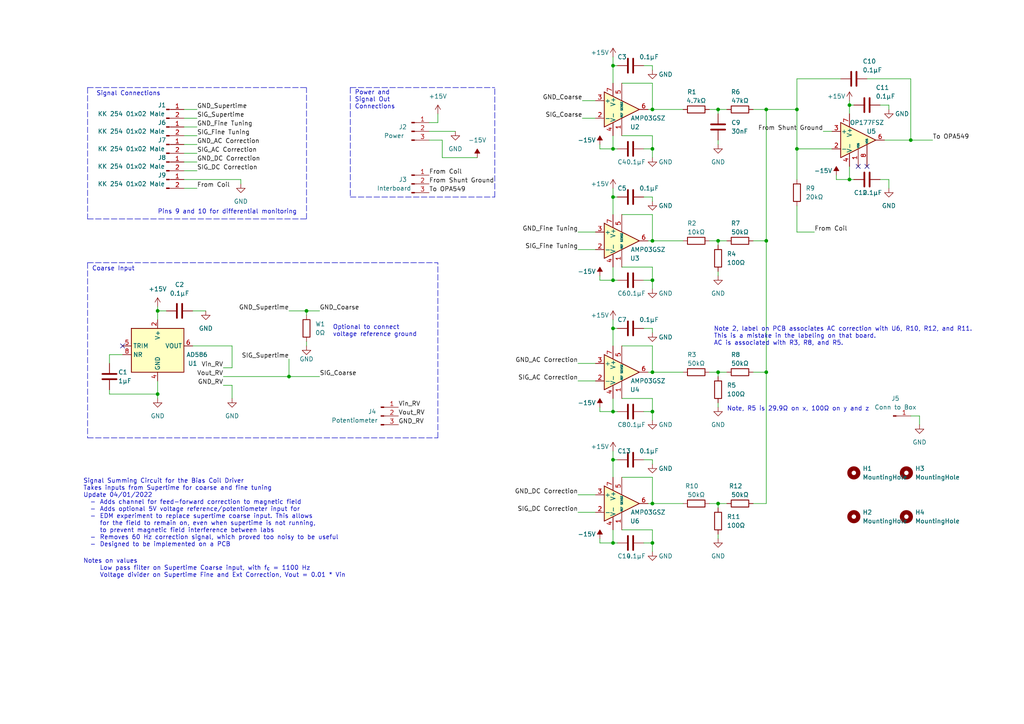
<source format=kicad_sch>
(kicad_sch (version 20211123) (generator eeschema)
  (paper "A4")
  (title_block (title "Bias Coil Driver Signal Summing") (date "2022-05-18") (rev "004") (company "PSU Physics Weiss Group") (comment 1 "Maarten de Haan"))
  (lib_symbols
    (symbol "AMP03GSZ_1" (pin_names (offset 0.127))
      (property "Reference" "U2" (at 3.81 -5.08 0))
      (property "Value" "AMP03GSZ" (at 7.62 -2.54 0))
      (symbol "AMP03GSZ_1_0_1"
        (polyline (pts (xy -5.08 5.08) (xy 5.08 0) (xy -5.08 -5.08) (xy -5.08 5.08)) (stroke (width 0.254)) (fill (type background)))
      )
      (symbol "AMP03GSZ_1_1_1"
        (pin input line (at 0 -7.62 90) (length 5.08) (name "REF") (number "1"))
        (pin input line (at -7.62 -2.54 0) (length 2.54) (name "-") (number "2"))
        (pin input line (at -7.62 2.54 0) (length 2.54) (name "+") (number "3"))
        (pin power_in line (at -2.54 -7.62 90) (length 3.81) (name "V-") (number "4"))
        (pin input line (at 0 7.62 270) (length 5.08) (name "SENSE") (number "5"))
        (pin output line (at 7.62 0 180) (length 2.54) (name "~") (number "6"))
        (pin power_in line (at -2.54 7.62 270) (length 3.81) (name "V+") (number "7"))
        (pin no_connect line (at 2.54 -7.62 90) (length 6.35) hide (name "NC") (number "8"))
      )
    )
    (symbol "AMP03GSZ_2" (pin_names (offset 0.127))
      (property "Reference" "U3" (at 3.81 -5.08 0))
      (property "Value" "AMP03GSZ" (at 7.62 -2.54 0))
      (symbol "AMP03GSZ_2_0_1"
        (polyline (pts (xy -5.08 5.08) (xy 5.08 0) (xy -5.08 -5.08) (xy -5.08 5.08)) (stroke (width 0.254)) (fill (type background)))
      )
      (symbol "AMP03GSZ_2_1_1"
        (pin input line (at 0 -7.62 90) (length 5.08) (name "REF") (number "1"))
        (pin input line (at -7.62 -2.54 0) (length 2.54) (name "-") (number "2"))
        (pin input line (at -7.62 2.54 0) (length 2.54) (name "+") (number "3"))
        (pin power_in line (at -2.54 -7.62 90) (length 3.81) (name "V-") (number "4"))
        (pin input line (at 0 7.62 270) (length 5.08) (name "SENSE") (number "5"))
        (pin output line (at 7.62 0 180) (length 2.54) (name "~") (number "6"))
        (pin power_in line (at -2.54 7.62 270) (length 3.81) (name "V+") (number "7"))
        (pin no_connect line (at 2.54 -7.62 90) (length 6.35) hide (name "NC") (number "8"))
      )
    )
    (symbol "Amplifier_Operational:AMP03GSZ" (pin_names (offset 0.127))
      (property "Reference" "U4" (at 3.81 -5.08 0))
      (property "Value" "AMP03GSZ" (at 7.62 -2.54 0))
      (symbol "AMP03GSZ_0_1"
        (polyline (pts (xy -5.08 5.08) (xy 5.08 0) (xy -5.08 -5.08) (xy -5.08 5.08)) (stroke (width 0.254)) (fill (type background)))
      )
      (symbol "AMP03GSZ_1_1"
        (pin input line (at 0 -7.62 90) (length 5.08) (name "REF") (number "1"))
        (pin input line (at -7.62 -2.54 0) (length 2.54) (name "-") (number "2"))
        (pin input line (at -7.62 2.54 0) (length 2.54) (name "+") (number "3"))
        (pin power_in line (at -2.54 -7.62 90) (length 3.81) (name "V-") (number "4"))
        (pin input line (at 0 7.62 270) (length 5.08) (name "SENSE") (number "5"))
        (pin output line (at 7.62 0 180) (length 2.54) (name "~") (number "6"))
        (pin power_in line (at -2.54 7.62 270) (length 3.81) (name "V+") (number "7"))
        (pin no_connect line (at 2.54 -7.62 90) (length 6.35) hide (name "NC") (number "8"))
      )
    )
    (symbol "Amplifier_Operational:OP177FSZ" (pin_names (offset 0.127))
      (property "Reference" "U" (at 1.27 6.35 0))
      (property "Value" "OP177FSZ" (at 1.27 3.81 0))
      (symbol "OP177FSZ_0_1"
        (polyline (pts (xy -5.08 5.08) (xy 5.08 0) (xy -5.08 -5.08) (xy -5.08 5.08)) (stroke (width 0.254)) (fill (type background)))
      )
      (symbol "OP177FSZ_1_1"
        (pin input line (at 0 -7.62 90) (length 5.08) (name "VOS") (number "1"))
        (pin input line (at -7.62 -2.54 0) (length 2.54) (name "-") (number "2"))
        (pin input line (at -7.62 2.54 0) (length 2.54) (name "+") (number "3"))
        (pin power_in line (at -2.54 -7.62 90) (length 3.81) (name "V-") (number "4"))
        (pin no_connect line (at 0 2.54 270) (length 2.54) hide (name "NC") (number "5"))
        (pin output line (at 7.62 0 180) (length 2.54) (name "~") (number "6"))
        (pin power_in line (at -2.54 7.62 270) (length 3.81) (name "V+") (number "7"))
        (pin input line (at 2.54 -7.62 90) (length 6.35) (name "VOS") (number "8"))
      )
    )
    (symbol "Conn_01x03_Male_1" (pin_names (offset 1.016) hide)
      (property "Reference" "J" (at 0 5.08 0))
      (property "Value" "Conn_01x03_Male_1" (at 0 -5.08 0))
      (symbol "Conn_01x03_Male_1_1_1"
        (polyline (pts (xy 1.27 -2.54) (xy 0.8636 -2.54)) (stroke (width 0.1524)))
        (polyline (pts (xy 1.27 0) (xy 0.8636 0)) (stroke (width 0.1524)))
        (polyline (pts (xy 1.27 2.54) (xy 0.8636 2.54)) (stroke (width 0.1524)))
        (rectangle (start 0.8636 -2.413) (end 0 -2.667) (stroke (width 0.1524)) (fill (type outline)))
        (rectangle (start 0.8636 0.127) (end 0 -0.127) (stroke (width 0.1524)) (fill (type outline)))
        (rectangle (start 0.8636 2.667) (end 0 2.413) (stroke (width 0.1524)) (fill (type outline)))
        (pin passive line (at 5.08 2.54 180) (length 3.81) (name "Pin_1") (number "1"))
        (pin passive line (at 5.08 0 180) (length 3.81) (name "Pin_2") (number "2"))
        (pin passive line (at 5.08 -2.54 180) (length 3.81) (name "Pin_3") (number "3"))
      )
    )
    (symbol "Connector:Conn_01x01_Male" (pin_names (offset 1.016) hide)
      (property "Reference" "J" (at 0 2.54 0))
      (property "Value" "Conn_01x01_Male" (at 0 -2.54 0))
      (symbol "Conn_01x01_Male_1_1"
        (polyline (pts (xy 1.27 0) (xy 0.8636 0)) (stroke (width 0.1524)))
        (rectangle (start 0.8636 0.127) (end 0 -0.127) (stroke (width 0.1524)) (fill (type outline)))
        (pin passive line (at 5.08 0 180) (length 3.81) (name "Pin_1") (number "1"))
      )
    )
    (symbol "Connector:Conn_01x02_Male" (pin_names (offset 1.016) hide)
      (property "Reference" "J" (at 0 2.54 0))
      (property "Value" "Conn_01x02_Male" (at 0 -5.08 0))
      (symbol "Conn_01x02_Male_1_1"
        (polyline (pts (xy 1.27 -2.54) (xy 0.8636 -2.54)) (stroke (width 0.1524)))
        (polyline (pts (xy 1.27 0) (xy 0.8636 0)) (stroke (width 0.1524)))
        (rectangle (start 0.8636 -2.413) (end 0 -2.667) (stroke (width 0.1524)) (fill (type outline)))
        (rectangle (start 0.8636 0.127) (end 0 -0.127) (stroke (width 0.1524)) (fill (type outline)))
        (pin passive line (at 5.08 0 180) (length 3.81) (name "Pin_1") (number "1"))
        (pin passive line (at 5.08 -2.54 180) (length 3.81) (name "Pin_2") (number "2"))
      )
    )
    (symbol "Connector:Conn_01x03_Male" (pin_names (offset 1.016) hide)
      (property "Reference" "J5" (at -2.54 1.27 0))
      (property "Value" "Power" (at -5.08 -1.27 0))
      (symbol "Conn_01x03_Male_1_1"
        (polyline (pts (xy 1.27 -2.54) (xy 0.8636 -2.54)) (stroke (width 0.1524)))
        (polyline (pts (xy 1.27 0) (xy 0.8636 0)) (stroke (width 0.1524)))
        (polyline (pts (xy 1.27 2.54) (xy 0.8636 2.54)) (stroke (width 0.1524)))
        (rectangle (start 0.8636 -2.413) (end 0 -2.667) (stroke (width 0.1524)) (fill (type outline)))
        (rectangle (start 0.8636 0.127) (end 0 -0.127) (stroke (width 0.1524)) (fill (type outline)))
        (rectangle (start 0.8636 2.667) (end 0 2.413) (stroke (width 0.1524)) (fill (type outline)))
        (pin power_out line (at 5.08 2.54 180) (length 3.81) (name "Pin_1") (number "1"))
        (pin power_out line (at 5.08 0 180) (length 3.81) (name "Pin_2") (number "2"))
        (pin power_out line (at 5.08 -2.54 180) (length 3.81) (name "Pin_3") (number "3"))
      )
    )
    (symbol "Device:C" (pin_numbers hide) (pin_names (offset 0.254))
      (property "Reference" "C" (at 0.635 2.54 0))
      (property "Value" "C" (at 0.635 -2.54 0))
      (symbol "C_0_1"
        (polyline (pts (xy -2.032 -0.762) (xy 2.032 -0.762)) (stroke (width 0.508)))
        (polyline (pts (xy -2.032 0.762) (xy 2.032 0.762)) (stroke (width 0.508)))
      )
      (symbol "C_1_1"
        (pin passive line (at 0 3.81 270) (length 2.794) (name "~") (number "1"))
        (pin passive line (at 0 -3.81 90) (length 2.794) (name "~") (number "2"))
      )
    )
    (symbol "Device:R" (pin_numbers hide) (pin_names (offset 0))
      (property "Reference" "R" (at 2.032 0 90))
      (property "Value" "R" (at 0 0 90))
      (symbol "R_0_1"
        (rectangle (start -1.016 -2.54) (end 1.016 2.54) (stroke (width 0.254)))
      )
      (symbol "R_1_1"
        (pin passive line (at 0 3.81 270) (length 1.27) (name "~") (number "1"))
        (pin passive line (at 0 -3.81 90) (length 1.27) (name "~") (number "2"))
      )
    )
    (symbol "Mechanical:MountingHole" (pin_names (offset 1.016))
      (property "Reference" "H" (at 0 5.08 0))
      (property "Value" "MountingHole" (at 0 3.175 0))
      (symbol "MountingHole_0_1"
        (circle (center 0 0) (radius 1.27) (stroke (width 1.27)))
      )
    )
    (symbol "Reference_Voltage:AD586"
      (property "Reference" "U" (at 6.35 6.35 0))
      (property "Value" "AD586" (at 6.35 -8.89 0))
      (symbol "AD586_0_1"
        (rectangle (start -7.62 5.08) (end 7.62 -7.62) (stroke (width 0.254)) (fill (type background)))
      )
      (symbol "AD586_1_1"
        (pin no_connect line (at -7.62 2.54 0) (length 2.54) hide (name "NC") (number "1"))
        (pin power_in line (at 0 7.62 270) (length 2.54) (name "V+") (number "2"))
        (pin no_connect line (at -7.62 -5.08 0) (length 2.54) hide (name "NC") (number "3"))
        (pin power_in line (at 0 -10.16 90) (length 2.54) (name "GND") (number "4"))
        (pin input line (at -10.16 0 0) (length 2.54) (name "TRIM") (number "5"))
        (pin power_out line (at 10.16 0 180) (length 2.54) (name "VOUT") (number "6"))
        (pin no_connect line (at 7.62 -5.08 180) (length 2.54) hide (name "NC") (number "7"))
        (pin input line (at -10.16 -2.54 0) (length 2.54) (name "NR") (number "8"))
      )
    )
    (symbol "power:+15V" (power) (pin_names (offset 0))
      (property "Value" "+15V" (at 0 3.556 0))
      (symbol "+15V_0_1"
        (polyline (pts (xy -0.762 1.27) (xy 0 2.54)))
        (polyline (pts (xy 0 0) (xy 0 2.54)))
        (polyline (pts (xy 0 2.54) (xy 0.762 1.27)))
      )
      (symbol "+15V_1_1"
        (pin power_in line (at 0 0 90) (length 0) hide (name "+15V") (number "1"))
      )
    )
    (symbol "power:-15V" (power) (pin_names (offset 0))
      (property "Value" "-15V" (at 0 3.81 0))
      (symbol "-15V_0_0"
        (pin power_in line (at 0 0 90) (length 0) hide (name "-15V") (number "1"))
      )
      (symbol "-15V_0_1"
        (polyline (pts (xy 0 0) (xy 0 1.27) (xy 0.762 1.27) (xy 0 2.54) (xy -0.762 1.27) (xy 0 1.27)) (fill (type outline)))
      )
    )
    (symbol "power:GND" (power) (pin_names (offset 0))
      (property "Value" "GND" (at 0 -3.81 0))
      (symbol "GND_0_1"
        (polyline (pts (xy 0 0) (xy 0 -1.27) (xy 1.27 -1.27) (xy 0 -2.54) (xy -1.27 -1.27) (xy 0 -1.27)))
      )
      (symbol "GND_1_1"
        (pin power_in line (at 0 0 270) (length 0) hide (name "GND") (number "1"))
      )
    )
  )
  (junction (at 177.8 81.28))
  (junction (at 83.82 109.22))
  (junction (at 264.16 40.64))
  (junction (at 246.38 30.48))
  (junction (at 177.8 119.38))
  (junction (at 177.8 19.05))
  (junction (at 189.23 107.95))
  (junction (at 189.23 157.48))
  (junction (at 222.25 107.95))
  (junction (at 189.23 43.18))
  (junction (at 189.23 31.75))
  (junction (at 208.28 146.05))
  (junction (at 189.23 81.28))
  (junction (at 231.14 31.75))
  (junction (at 189.23 146.05))
  (junction (at 177.8 95.25))
  (junction (at 88.9 90.17))
  (junction (at 45.72 90.17))
  (junction (at 177.8 133.35))
  (junction (at 177.8 57.15))
  (junction (at 45.72 114.3))
  (junction (at 208.28 107.95))
  (junction (at 208.28 31.75))
  (junction (at 208.28 69.85))
  (junction (at 189.23 69.85))
  (junction (at 246.38 52.07))
  (junction (at 177.8 43.18))
  (junction (at 231.14 43.18))
  (junction (at 222.25 69.85))
  (junction (at 177.8 157.48))
  (junction (at 189.23 119.38))
  (junction (at 222.25 31.75))
  (no_connect (at 251.46 48.26))
  (no_connect (at 35.56 100.33))
  (no_connect (at 248.92 48.26))
  (wire (pts (xy 205.74 31.75) (xy 208.28 31.75)))
  (wire (pts (xy 264.16 120.65) (xy 266.7 120.65)))
  (wire (pts (xy 189.23 19.05) (xy 189.23 20.32)))
  (wire (pts (xy 168.91 29.21) (xy 172.72 29.21)))
  (wire (pts (xy 231.14 22.86) (xy 243.84 22.86)))
  (wire (pts (xy 128.27 40.64) (xy 128.27 45.72)))
  (wire (pts (xy 168.91 34.29) (xy 172.72 34.29)))
  (wire (pts (xy 246.38 29.21) (xy 246.38 30.48)))
  (wire (pts (xy 208.28 146.05) (xy 208.28 147.32)))
  (wire (pts (xy 246.38 52.07) (xy 247.65 52.07)))
  (wire (pts (xy 231.14 43.18) (xy 231.14 52.07)))
  (wire (pts (xy 205.74 146.05) (xy 208.28 146.05)))
  (wire (pts (xy 45.72 110.49) (xy 45.72 114.3)))
  (wire (pts (xy 83.82 90.17) (xy 88.9 90.17)))
  (wire (pts (xy 189.23 39.37) (xy 189.23 43.18)))
  (wire (pts (xy 231.14 59.69) (xy 231.14 67.31)))
  (wire (pts (xy 242.57 52.07) (xy 242.57 50.8)))
  (wire (pts (xy 208.28 69.85) (xy 210.82 69.85)))
  (wire (pts (xy 186.69 81.28) (xy 189.23 81.28)))
  (wire (pts (xy 177.8 19.05) (xy 179.07 19.05)))
  (wire (pts (xy 246.38 48.26) (xy 246.38 52.07)))
  (wire (pts (xy 186.69 95.25) (xy 189.23 95.25)))
  (wire (pts (xy 208.28 154.94) (xy 208.28 156.21)))
  (wire (pts (xy 83.82 104.14) (xy 83.82 109.22)))
  (wire (pts (xy 167.64 110.49) (xy 172.72 110.49)))
  (wire (pts (xy 55.88 100.33) (xy 67.31 100.33)))
  (wire (pts (xy 205.74 69.85) (xy 208.28 69.85)))
  (wire (pts (xy 189.23 43.18) (xy 189.23 45.72)))
  (wire (pts (xy 180.34 100.33) (xy 189.23 100.33)))
  (wire (pts (xy 173.99 43.18) (xy 173.99 41.91)))
  (wire (pts (xy 124.46 35.56) (xy 127 35.56)))
  (wire (pts (xy 218.44 146.05) (xy 222.25 146.05)))
  (wire (pts (xy 177.8 119.38) (xy 179.07 119.38)))
  (polyline (pts (xy 101.6 25.4) (xy 101.6 57.15)))
  (wire (pts (xy 189.23 146.05) (xy 198.12 146.05)))
  (wire (pts (xy 31.75 113.03) (xy 31.75 114.3)))
  (wire (pts (xy 257.81 52.07) (xy 257.81 54.61)))
  (polyline (pts (xy 25.4 76.2) (xy 25.4 127)))
  (wire (pts (xy 218.44 69.85) (xy 222.25 69.85)))
  (wire (pts (xy 45.72 114.3) (xy 45.72 115.57)))
  (wire (pts (xy 208.28 107.95) (xy 208.28 109.22)))
  (wire (pts (xy 205.74 107.95) (xy 208.28 107.95)))
  (wire (pts (xy 208.28 31.75) (xy 208.28 33.02)))
  (polyline (pts (xy 25.4 76.2) (xy 127 76.2)))
  (wire (pts (xy 189.23 24.13) (xy 189.23 31.75)))
  (polyline (pts (xy 101.6 25.4) (xy 143.51 25.4)))
  (wire (pts (xy 177.8 19.05) (xy 177.8 24.13)))
  (wire (pts (xy 189.23 133.35) (xy 189.23 134.62)))
  (polyline (pts (xy 127 127) (xy 127 76.2)))
  (wire (pts (xy 231.14 43.18) (xy 231.14 31.75)))
  (wire (pts (xy 83.82 109.22) (xy 92.71 109.22)))
  (wire (pts (xy 231.14 31.75) (xy 231.14 22.86)))
  (wire (pts (xy 173.99 119.38) (xy 173.99 118.11)))
  (wire (pts (xy 88.9 90.17) (xy 92.71 90.17)))
  (wire (pts (xy 177.8 133.35) (xy 177.8 138.43)))
  (wire (pts (xy 180.34 62.23) (xy 189.23 62.23)))
  (wire (pts (xy 31.75 102.87) (xy 31.75 105.41)))
  (wire (pts (xy 53.34 46.99) (xy 57.15 46.99)))
  (wire (pts (xy 189.23 77.47) (xy 189.23 81.28)))
  (wire (pts (xy 189.23 146.05) (xy 187.96 146.05)))
  (wire (pts (xy 208.28 78.74) (xy 208.28 80.01)))
  (wire (pts (xy 177.8 115.57) (xy 177.8 119.38)))
  (wire (pts (xy 177.8 95.25) (xy 179.07 95.25)))
  (wire (pts (xy 208.28 40.64) (xy 208.28 41.91)))
  (wire (pts (xy 180.34 77.47) (xy 189.23 77.47)))
  (wire (pts (xy 173.99 119.38) (xy 177.8 119.38)))
  (polyline (pts (xy 25.4 25.4) (xy 88.9 25.4)))
  (polyline (pts (xy 143.51 57.15) (xy 143.51 25.4)))
  (wire (pts (xy 177.8 153.67) (xy 177.8 157.48)))
  (wire (pts (xy 177.8 39.37) (xy 177.8 43.18)))
  (polyline (pts (xy 25.4 127) (xy 127 127)))
  (wire (pts (xy 208.28 69.85) (xy 208.28 71.12)))
  (wire (pts (xy 53.34 39.37) (xy 57.15 39.37)))
  (wire (pts (xy 189.23 138.43) (xy 189.23 146.05)))
  (wire (pts (xy 186.69 57.15) (xy 189.23 57.15)))
  (wire (pts (xy 222.25 107.95) (xy 222.25 146.05)))
  (wire (pts (xy 128.27 45.72) (xy 138.43 45.72)))
  (wire (pts (xy 173.99 157.48) (xy 173.99 156.21)))
  (wire (pts (xy 53.34 41.91) (xy 57.15 41.91)))
  (wire (pts (xy 124.46 40.64) (xy 128.27 40.64)))
  (wire (pts (xy 177.8 92.71) (xy 177.8 95.25)))
  (wire (pts (xy 177.8 54.61) (xy 177.8 57.15)))
  (wire (pts (xy 53.34 36.83) (xy 57.15 36.83)))
  (wire (pts (xy 67.31 100.33) (xy 67.31 106.68)))
  (wire (pts (xy 238.76 38.1) (xy 241.3 38.1)))
  (wire (pts (xy 231.14 43.18) (xy 241.3 43.18)))
  (wire (pts (xy 177.8 133.35) (xy 179.07 133.35)))
  (wire (pts (xy 186.69 119.38) (xy 189.23 119.38)))
  (wire (pts (xy 177.8 77.47) (xy 177.8 81.28)))
  (wire (pts (xy 88.9 100.33) (xy 88.9 99.06)))
  (wire (pts (xy 186.69 157.48) (xy 189.23 157.48)))
  (wire (pts (xy 208.28 146.05) (xy 210.82 146.05)))
  (wire (pts (xy 88.9 90.17) (xy 88.9 91.44)))
  (wire (pts (xy 189.23 153.67) (xy 189.23 157.48)))
  (wire (pts (xy 55.88 90.17) (xy 59.69 90.17)))
  (wire (pts (xy 67.31 111.76) (xy 67.31 115.57)))
  (wire (pts (xy 177.8 57.15) (xy 179.07 57.15)))
  (wire (pts (xy 189.23 115.57) (xy 189.23 119.38)))
  (wire (pts (xy 242.57 52.07) (xy 246.38 52.07)))
  (wire (pts (xy 173.99 157.48) (xy 177.8 157.48)))
  (wire (pts (xy 222.25 31.75) (xy 222.25 69.85)))
  (wire (pts (xy 246.38 30.48) (xy 247.65 30.48)))
  (wire (pts (xy 189.23 157.48) (xy 189.23 160.02)))
  (wire (pts (xy 167.64 105.41) (xy 172.72 105.41)))
  (wire (pts (xy 45.72 90.17) (xy 45.72 92.71)))
  (wire (pts (xy 255.27 52.07) (xy 257.81 52.07)))
  (wire (pts (xy 180.34 115.57) (xy 189.23 115.57)))
  (wire (pts (xy 208.28 31.75) (xy 210.82 31.75)))
  (wire (pts (xy 208.28 116.84) (xy 208.28 118.11)))
  (wire (pts (xy 186.69 133.35) (xy 189.23 133.35)))
  (polyline (pts (xy 101.6 57.15) (xy 143.51 57.15)))
  (wire (pts (xy 173.99 81.28) (xy 173.99 80.01)))
  (wire (pts (xy 189.23 81.28) (xy 189.23 83.82)))
  (wire (pts (xy 189.23 119.38) (xy 189.23 121.92)))
  (wire (pts (xy 186.69 19.05) (xy 189.23 19.05)))
  (wire (pts (xy 218.44 31.75) (xy 222.25 31.75)))
  (wire (pts (xy 257.81 30.48) (xy 257.81 31.75)))
  (polyline (pts (xy 88.9 63.5) (xy 88.9 25.4)))
  (wire (pts (xy 222.25 31.75) (xy 231.14 31.75)))
  (wire (pts (xy 189.23 69.85) (xy 198.12 69.85)))
  (wire (pts (xy 186.69 43.18) (xy 189.23 43.18)))
  (wire (pts (xy 231.14 67.31) (xy 236.22 67.31)))
  (wire (pts (xy 246.38 30.48) (xy 246.38 33.02)))
  (wire (pts (xy 177.8 95.25) (xy 177.8 100.33)))
  (wire (pts (xy 189.23 95.25) (xy 189.23 96.52)))
  (wire (pts (xy 264.16 40.64) (xy 270.51 40.64)))
  (wire (pts (xy 222.25 69.85) (xy 222.25 107.95)))
  (wire (pts (xy 177.8 81.28) (xy 179.07 81.28)))
  (wire (pts (xy 256.54 40.64) (xy 264.16 40.64)))
  (wire (pts (xy 180.34 153.67) (xy 189.23 153.67)))
  (wire (pts (xy 167.64 148.59) (xy 172.72 148.59)))
  (wire (pts (xy 127 33.02) (xy 127 35.56)))
  (wire (pts (xy 189.23 57.15) (xy 189.23 58.42)))
  (wire (pts (xy 64.77 106.68) (xy 67.31 106.68)))
  (wire (pts (xy 180.34 24.13) (xy 189.23 24.13)))
  (wire (pts (xy 53.34 49.53) (xy 57.15 49.53)))
  (wire (pts (xy 189.23 107.95) (xy 198.12 107.95)))
  (wire (pts (xy 64.77 111.76) (xy 67.31 111.76)))
  (wire (pts (xy 180.34 39.37) (xy 189.23 39.37)))
  (wire (pts (xy 173.99 43.18) (xy 177.8 43.18)))
  (wire (pts (xy 208.28 107.95) (xy 210.82 107.95)))
  (wire (pts (xy 53.34 52.07) (xy 69.85 52.07)))
  (wire (pts (xy 189.23 31.75) (xy 187.96 31.75)))
  (wire (pts (xy 53.34 31.75) (xy 57.15 31.75)))
  (wire (pts (xy 189.23 62.23) (xy 189.23 69.85)))
  (wire (pts (xy 53.34 34.29) (xy 57.15 34.29)))
  (wire (pts (xy 218.44 107.95) (xy 222.25 107.95)))
  (wire (pts (xy 53.34 44.45) (xy 57.15 44.45)))
  (wire (pts (xy 189.23 100.33) (xy 189.23 107.95)))
  (wire (pts (xy 167.64 143.51) (xy 172.72 143.51)))
  (wire (pts (xy 189.23 31.75) (xy 198.12 31.75)))
  (wire (pts (xy 177.8 43.18) (xy 179.07 43.18)))
  (wire (pts (xy 35.56 102.87) (xy 31.75 102.87)))
  (wire (pts (xy 167.64 67.31) (xy 172.72 67.31)))
  (wire (pts (xy 69.85 52.07) (xy 69.85 53.34)))
  (wire (pts (xy 177.8 157.48) (xy 179.07 157.48)))
  (wire (pts (xy 189.23 69.85) (xy 187.96 69.85)))
  (wire (pts (xy 189.23 107.95) (xy 187.96 107.95)))
  (polyline (pts (xy 25.4 63.5) (xy 88.9 63.5)))
  (wire (pts (xy 177.8 57.15) (xy 177.8 62.23)))
  (wire (pts (xy 251.46 22.86) (xy 264.16 22.86)))
  (wire (pts (xy 31.75 114.3) (xy 45.72 114.3)))
  (wire (pts (xy 177.8 16.51) (xy 177.8 19.05)))
  (wire (pts (xy 180.34 138.43) (xy 189.23 138.43)))
  (wire (pts (xy 45.72 90.17) (xy 48.26 90.17)))
  (wire (pts (xy 64.77 109.22) (xy 83.82 109.22)))
  (wire (pts (xy 45.72 88.9) (xy 45.72 90.17)))
  (wire (pts (xy 255.27 30.48) (xy 257.81 30.48)))
  (polyline (pts (xy 25.4 25.4) (xy 25.4 63.5)))
  (wire (pts (xy 264.16 22.86) (xy 264.16 40.64)))
  (wire (pts (xy 177.8 130.81) (xy 177.8 133.35)))
  (wire (pts (xy 124.46 38.1) (xy 132.08 38.1)))
  (wire (pts (xy 173.99 81.28) (xy 177.8 81.28)))
  (wire (pts (xy 266.7 120.65) (xy 266.7 123.19)))
  (wire (pts (xy 53.34 54.61) (xy 57.15 54.61)))
  (wire (pts (xy 167.64 72.39) (xy 172.72 72.39)))
  (text "Optional to connect \nvoltage reference ground\n" (at 96.52 97.79 0) (effects (font (size 1.27 1.27)) (justify left bottom)))
  (text "Power and \nSignal Out \nConnections" (at 102.87 31.75 0) (effects (font (size 1.27 1.27)) (justify left bottom)))
  (text "Note, R5 is 29.9Ω on x, 100Ω on y and z" (at 210.82 119.38 0) (effects (font (size 1.27 1.27)) (justify left bottom)))
  (text "Pins 9 and 10 for differential monitoring" (at 45.72 62.23 0) (effects (font (size 1.27 1.27)) (justify left bottom)))
  (text "Notes on values\n	Low pass filter on Supertime Coarse input, with f_{c} = 1100 Hz\n	Voltage divider on Supertime Fine and Ext Correction, Vout = 0.01 * Vin" (at 24.13 167.64 0) (effects (font (size 1.27 1.27)) (justify left bottom)))
  (text "Coarse Input" (at 26.67 78.74 0) (effects (font (size 1.27 1.27)) (justify left bottom)))
  (text "Note 2, label on PCB associates AC correction with U6, R10, R12, and R11. \nThis is a mistake in the labeling on that board.\nAC is associated with R3, R8, and R5." (at 207.01 100.33 0) (effects (font (size 1.27 1.27)) (justify left bottom)))
  (text "Signal Connections" (at 27.94 27.94 0) (effects (font (size 1.27 1.27)) (justify left bottom)))
  (text "Signal Summing Circuit for the Bias Coil Driver\nTakes inputs from Supertime for coarse and fine tuning\nUpdate 04/01/2022\n  -	Adds channel for feed-forward correction to magnetic field\n  -	Adds optional 5V voltage reference/potentiometer input for \n  -	EDM experiment to replace supertime coarse input. This allows \n  	for the field to remain on, even when supertime is not running,\n	to prevent magnetic field interference between labs\n  -	Removes 60 Hz correction signal, which proved too noisy to be useful\n  -	Designed to be implemented on a PCB" (at 24.13 158.75 0) (effects (font (size 1.27 1.27)) (justify left bottom)))
  (label "GND_AC Correction" (at 57.15 41.91 0))
  (label "SIG_Coarse" (at 92.71 109.22 0))
  (label "SIG_Supertime" (at 83.82 104.14 180))
  (label "Vin_RV" (at 115.57 118.11 0))
  (label "Vin_RV" (at 64.77 106.68 180))
  (label "SIG_AC Correction" (at 167.64 110.49 180))
  (label "From Shunt Ground" (at 238.76 38.1 180))
  (label "SIG_AC Correction" (at 57.15 44.45 0))
  (label "GND_Supertime" (at 83.82 90.17 180))
  (label "GND_Fine Tuning" (at 167.64 67.31 180))
  (label "SIG_Fine Tuning" (at 167.64 72.39 180))
  (label "Vout_RV" (at 64.77 109.22 180))
  (label "GND_DC Correction" (at 57.15 46.99 0))
  (label "From Coil" (at 57.15 54.61 0))
  (label "SIG_Fine Tuning" (at 57.15 39.37 0))
  (label "SIG_DC Correction" (at 167.64 148.59 180))
  (label "SIG_Coarse" (at 168.91 34.29 180))
  (label "From Coil" (at 124.46 50.8 0))
  (label "GND_AC Correction" (at 167.64 105.41 180))
  (label "To OPA549" (at 124.46 55.88 0))
  (label "GND_RV" (at 64.77 111.76 180))
  (label "From Coil" (at 236.22 67.31 0))
  (label "GND_Supertime" (at 57.15 31.75 0))
  (label "GND_DC Correction" (at 167.64 143.51 180))
  (label "GND_Coarse" (at 168.91 29.21 180))
  (label "From Shunt Ground" (at 124.46 53.34 0))
  (label "GND_Coarse" (at 92.71 90.17 0))
  (label "SIG_DC Correction" (at 57.15 49.53 0))
  (label "Vout_RV" (at 115.57 120.65 0))
  (label "To OPA549" (at 270.51 40.64 0))
  (label "SIG_Supertime" (at 57.15 34.29 0))
  (label "GND_RV" (at 115.57 123.19 0))
  (label "GND_Fine Tuning" (at 57.15 36.83 0))
  (symbol (lib_id "Connector:Conn_01x01_Male") (at 259.08 120.65 0) (unit 1)
    (property "Reference" "J5" (at 259.715 115.57 0))
    (property "Value" "Conn to Box" (at 259.715 118.11 0))
    (property "Footprint" "TestPoint:TestPoint_Pad_2.0x2.0mm" (effects hide))
  )
  (symbol (lib_id "Device:R") (at 201.93 107.95 90) (unit 1)
    (property "Reference" "R3" (at 200.66 102.87 90))
    (property "Value" "50kΩ" (at 201.93 105.41 90))
    (property "Footprint" "Resistor_SMD:R_1206_3216Metric" (effects hide))
  )
  (symbol (lib_id "Mechanical:MountingHole") (at 262.89 137.16 0) (unit 1)
    (property "Reference" "H3" (at 265.43 135.8899 0) (effects (justify left)))
    (property "Value" "MountingHole" (at 265.43 138.4299 0) (effects (justify left)))
    (property "Footprint" "MountingHole:MountingHole_4.3mm_M4" (effects hide))
  )
  (symbol (lib_id "power:GND") (at 88.9 100.33 0) (unit 1)
    (property "Reference" "#PWR06" (effects hide))
    (property "Value" "GND" (at 88.9 104.14 0))
  )
  (symbol (lib_id "Device:C") (at 31.75 109.22 0) (unit 1)
    (property "Reference" "C1" (at 34.29 107.95 0) (effects (justify left)))
    (property "Value" "1µF" (at 34.29 110.49 0) (effects (justify left)))
    (property "Footprint" "Capacitor_SMD:C_1206_3216Metric" (effects hide))
  )
  (symbol (lib_id "power:GND") (at 132.08 38.1 0) (unit 1)
    (property "Reference" "#PWR08" (effects hide))
    (property "Value" "GND" (at 132.08 43.18 0))
  )
  (symbol (lib_id "Device:C") (at 182.88 119.38 270) (unit 1)
    (property "Reference" "C8" (at 179.07 123.19 90) (effects (justify left)))
    (property "Value" "0.1µF" (at 181.61 123.19 90) (effects (justify left)))
    (property "Footprint" "Capacitor_SMD:C_1206_3216Metric" (effects hide))
  )
  (symbol (lib_id "Device:R") (at 214.63 107.95 270) (unit 1)
    (property "Reference" "R8" (at 213.36 102.87 90))
    (property "Value" "50kΩ" (at 214.63 105.41 90))
    (property "Footprint" "Resistor_SMD:R_1206_3216Metric" (effects hide))
  )
  (symbol (lib_id "Device:R") (at 214.63 146.05 270) (unit 1)
    (property "Reference" "R12" (at 213.36 140.97 90))
    (property "Value" "50kΩ" (at 214.63 143.51 90))
    (property "Footprint" "Resistor_SMD:R_1206_3216Metric" (effects hide))
  )
  (symbol (lib_id "Device:R") (at 214.63 31.75 270) (unit 1)
    (property "Reference" "R6" (at 213.36 26.67 90))
    (property "Value" "47kΩ" (at 214.63 29.21 90))
    (property "Footprint" "Resistor_SMD:R_1206_3216Metric" (effects hide))
  )
  (symbol (lib_id "Device:C") (at 182.88 81.28 270) (unit 1)
    (property "Reference" "C6" (at 179.07 85.09 90) (effects (justify left)))
    (property "Value" "0.1µF" (at 181.61 85.09 90) (effects (justify left)))
    (property "Footprint" "Capacitor_SMD:C_1206_3216Metric" (effects hide))
  )
  (symbol (lib_id "power:GND") (at 189.23 83.82 0) (unit 1)
    (property "Reference" "#PWR019" (effects hide))
    (property "Value" "GND" (at 193.04 85.09 0))
  )
  (symbol (lib_id "Device:R") (at 208.28 113.03 0) (unit 1)
    (property "Reference" "R5" (at 210.82 111.7599 0) (effects (justify left)))
    (property "Value" "100Ω" (at 210.82 114.2999 0) (effects (justify left)))
    (property "Footprint" "Resistor_SMD:R_1206_3216Metric" (effects hide))
  )
  (symbol (lib_id "Device:R") (at 201.93 146.05 90) (unit 1)
    (property "Reference" "R10" (at 200.66 140.97 90))
    (property "Value" "50kΩ" (at 201.93 143.51 90))
    (property "Footprint" "Resistor_SMD:R_1206_3216Metric" (effects hide))
  )
  (symbol (lib_id "power:+15V") (at 127 33.02 0) (unit 1)
    (property "Reference" "#PWR07" (effects hide))
    (property "Value" "+15V" (at 127 27.94 0))
  )
  (symbol (lib_id "Device:C") (at 247.65 22.86 270) (unit 1)
    (property "Reference" "C10" (at 250.19 17.78 90) (effects (justify left)))
    (property "Value" "0.1µF" (at 250.19 20.32 90) (effects (justify left)))
    (property "Footprint" "Capacitor_SMD:C_1206_3216Metric" (effects hide))
  )
  (symbol (lib_name "Conn_01x03_Male_1") (lib_id "Connector:Conn_01x03_Male") (at 110.49 120.65 0) (unit 1)
    (property "Reference" "J4" (at 107.95 119.38 0))
    (property "Value" "Potentiometer" (at 102.87 121.92 0))
    (property "Footprint" "Connector_Molex:Molex_KK-254_AE-6410-03A_1x03_P2.54mm_Vertical" (effects hide))
  )
  (symbol (lib_name "AMP03GSZ_2") (lib_id "Amplifier_Operational:AMP03GSZ") (at 180.34 69.85 0) (unit 1)
    (property "Reference" "U3" (at 184.15 74.93 0))
    (property "Value" "AMP03GSZ" (at 187.96 72.39 0))
    (property "Footprint" "Package_SO:SOIC-8_3.9x4.9mm_P1.27mm" (effects hide))
    (property "Datasheet" "https://www.analog.com/media/en/technical-documentation/data-sheets/amp03.pdf" (effects hide))
  )
  (symbol (lib_id "power:+15V") (at 177.8 130.81 0) (unit 1)
    (property "Reference" "#PWR031" (effects hide))
    (property "Value" "+15V" (at 173.99 129.54 0))
  )
  (symbol (lib_id "power:-15V") (at 242.57 50.8 0) (unit 1)
    (property "Reference" "#PWR026" (effects hide))
    (property "Value" "-15V" (at 238.76 49.53 0))
  )
  (symbol (lib_id "Device:R") (at 208.28 151.13 0) (unit 1)
    (property "Reference" "R11" (at 210.82 149.8599 0) (effects (justify left)))
    (property "Value" "100Ω" (at 210.82 152.3999 0) (effects (justify left)))
    (property "Footprint" "Resistor_SMD:R_1206_3216Metric" (effects hide))
  )
  (symbol (lib_id "power:GND") (at 189.23 58.42 0) (unit 1)
    (property "Reference" "#PWR018" (effects hide))
    (property "Value" "GND" (at 193.04 59.69 0))
  )
  (symbol (lib_id "Device:R") (at 88.9 95.25 0) (unit 1)
    (property "Reference" "W1" (at 91.44 93.9799 0) (effects (justify left)))
    (property "Value" "0Ω" (at 91.44 96.5199 0) (effects (justify left)))
    (property "Footprint" "Resistor_SMD:R_1206_3216Metric" (effects hide))
  )
  (symbol (lib_id "Mechanical:MountingHole") (at 247.65 137.16 0) (unit 1)
    (property "Reference" "H1" (at 250.19 135.8899 0) (effects (justify left)))
    (property "Value" "MountingHole" (at 250.19 138.4299 0) (effects (justify left)))
    (property "Footprint" "MountingHole:MountingHole_4.3mm_M4" (effects hide))
  )
  (symbol (lib_id "power:GND") (at 208.28 41.91 0) (unit 1)
    (property "Reference" "#PWR022" (effects hide))
    (property "Value" "GND" (at 208.28 46.99 0))
  )
  (symbol (lib_id "Connector:Conn_01x02_Male") (at 48.26 46.99 0) (unit 1)
    (property "Reference" "J8" (at 46.99 45.72 0))
    (property "Value" "KK 254 01x02 Male" (at 38.1 48.26 0))
    (property "Footprint" "Connector_Molex:Molex_KK-254_AE-6410-02A_1x02_P2.54mm_Vertical" (effects hide))
  )
  (symbol (lib_name "AMP03GSZ_1") (lib_id "Amplifier_Operational:AMP03GSZ") (at 180.34 31.75 0) (unit 1)
    (property "Reference" "U2" (at 184.15 36.83 0))
    (property "Value" "AMP03GSZ" (at 187.96 34.29 0))
    (property "Footprint" "Package_SO:SOIC-8_3.9x4.9mm_P1.27mm" (effects hide))
    (property "Datasheet" "https://www.analog.com/media/en/technical-documentation/data-sheets/amp03.pdf" (effects hide))
  )
  (symbol (lib_id "power:GND") (at 189.23 45.72 0) (unit 1)
    (property "Reference" "#PWR017" (effects hide))
    (property "Value" "GND" (at 193.04 46.99 0))
  )
  (symbol (lib_id "power:GND") (at 59.69 90.17 0) (unit 1)
    (property "Reference" "#PWR04" (effects hide))
    (property "Value" "GND" (at 59.69 95.25 0))
  )
  (symbol (lib_id "power:GND") (at 189.23 160.02 0) (unit 1)
    (property "Reference" "#PWR033" (effects hide))
    (property "Value" "GND" (at 193.04 161.29 0))
  )
  (symbol (lib_id "Device:C") (at 52.07 90.17 90) (unit 1)
    (property "Reference" "C2" (at 52.07 82.55 90))
    (property "Value" "0.1µF" (at 52.07 85.09 90))
    (property "Footprint" "Capacitor_SMD:C_1206_3216Metric" (effects hide))
  )
  (symbol (lib_id "Device:C") (at 182.88 133.35 270) (unit 1)
    (property "Reference" "C13" (at 179.07 130.81 90) (effects (justify left)))
    (property "Value" "0.1µF" (at 185.42 130.81 90) (effects (justify left)))
    (property "Footprint" "Capacitor_SMD:C_1206_3216Metric" (effects hide))
  )
  (symbol (lib_id "Connector:Conn_01x02_Male") (at 48.26 36.83 0) (unit 1)
    (property "Reference" "J6" (at 46.99 35.56 0))
    (property "Value" "KK 254 01x02 Male" (at 38.1 38.1 0))
    (property "Footprint" "Connector_Molex:Molex_KK-254_AE-6410-02A_1x02_P2.54mm_Vertical" (effects hide))
  )
  (symbol (lib_id "Device:C") (at 182.88 43.18 270) (unit 1)
    (property "Reference" "C4" (at 179.07 46.99 90) (effects (justify left)))
    (property "Value" "0.1µF" (at 181.61 46.99 90) (effects (justify left)))
    (property "Footprint" "Capacitor_SMD:C_1206_3216Metric" (effects hide))
  )
  (symbol (lib_id "power:GND") (at 189.23 20.32 0) (unit 1)
    (property "Reference" "#PWR016" (effects hide))
    (property "Value" "GND" (at 193.04 21.59 0))
  )
  (symbol (lib_id "power:-15V") (at 173.99 156.21 0) (unit 1)
    (property "Reference" "#PWR030" (effects hide))
    (property "Value" "-15V" (at 170.18 154.94 0))
  )
  (symbol (lib_id "power:GND") (at 45.72 115.57 0) (unit 1)
    (property "Reference" "#PWR03" (effects hide))
    (property "Value" "GND" (at 45.72 120.65 0))
  )
  (symbol (lib_id "Connector:Conn_01x02_Male") (at 48.26 41.91 0) (unit 1)
    (property "Reference" "J7" (at 46.99 40.64 0))
    (property "Value" "KK 254 01x02 Male" (at 38.1 43.18 0))
    (property "Footprint" "Connector_Molex:Molex_KK-254_AE-6410-02A_1x02_P2.54mm_Vertical" (effects hide))
  )
  (symbol (lib_id "Device:R") (at 201.93 69.85 90) (unit 1)
    (property "Reference" "R2" (at 200.66 64.77 90))
    (property "Value" "10kΩ" (at 201.93 67.31 90))
    (property "Footprint" "Resistor_SMD:R_1206_3216Metric" (effects hide))
  )
  (symbol (lib_id "power:-15V") (at 173.99 118.11 0) (unit 1)
    (property "Reference" "#PWR012" (effects hide))
    (property "Value" "-15V" (at 170.18 116.84 0))
  )
  (symbol (lib_id "Device:C") (at 182.88 19.05 270) (unit 1)
    (property "Reference" "C3" (at 179.07 16.51 90) (effects (justify left)))
    (property "Value" "0.1µF" (at 185.42 16.51 90) (effects (justify left)))
    (property "Footprint" "Capacitor_SMD:C_1206_3216Metric" (effects hide))
  )
  (symbol (lib_id "Device:R") (at 201.93 31.75 90) (unit 1)
    (property "Reference" "R1" (at 200.66 26.67 90))
    (property "Value" "4.7kΩ" (at 201.93 29.21 90))
    (property "Footprint" "Resistor_SMD:R_1206_3216Metric" (effects hide))
  )
  (symbol (lib_id "power:+15V") (at 177.8 54.61 0) (unit 1)
    (property "Reference" "#PWR014" (effects hide))
    (property "Value" "+15V" (at 173.99 53.34 0))
  )
  (symbol (lib_id "power:GND") (at 257.81 31.75 0) (unit 1)
    (property "Reference" "#PWR028" (effects hide))
    (property "Value" "GND" (at 261.62 33.02 0))
  )
  (symbol (lib_id "Amplifier_Operational:OP177FSZ") (at 248.92 40.64 0) (unit 1)
    (property "Reference" "U5" (at 252.73 38.1 0))
    (property "Value" "OP177FSZ" (at 251.46 35.56 0))
    (property "Footprint" "Package_SO:SOIC-8_3.9x4.9mm_P1.27mm" (effects hide))
    (property "Datasheet" "https://www.analog.com/media/en/technical-documentation/data-sheets/op177.pdf" (effects hide))
  )
  (symbol (lib_id "power:-15V") (at 138.43 45.72 0) (unit 1)
    (property "Reference" "#PWR09" (effects hide))
    (property "Value" "-15V" (at 138.43 40.64 0))
  )
  (symbol (lib_id "power:GND") (at 266.7 123.19 0) (unit 1)
    (property "Reference" "#PWR0101" (effects hide))
    (property "Value" "GND" (at 266.7 128.27 0))
  )
  (symbol (lib_id "Device:C") (at 251.46 52.07 270) (unit 1)
    (property "Reference" "C12" (at 247.65 55.88 90) (effects (justify left)))
    (property "Value" "0.1µF" (at 250.19 55.88 90) (effects (justify left)))
    (property "Footprint" "Capacitor_SMD:C_1206_3216Metric" (effects hide))
  )
  (symbol (lib_id "power:GND") (at 69.85 53.34 0) (unit 1)
    (property "Reference" "#PWR01" (effects hide))
    (property "Value" "GND" (at 69.85 58.42 0))
  )
  (symbol (lib_id "Device:R") (at 208.28 74.93 0) (unit 1)
    (property "Reference" "R4" (at 210.82 73.6599 0) (effects (justify left)))
    (property "Value" "100Ω" (at 210.82 76.1999 0) (effects (justify left)))
    (property "Footprint" "Resistor_SMD:R_1206_3216Metric" (effects hide))
  )
  (symbol (lib_id "power:GND") (at 257.81 54.61 0) (unit 1)
    (property "Reference" "#PWR029" (effects hide))
    (property "Value" "GND" (at 257.81 59.69 0))
  )
  (symbol (lib_id "Device:C") (at 182.88 95.25 270) (unit 1)
    (property "Reference" "C7" (at 179.07 92.71 90) (effects (justify left)))
    (property "Value" "0.1µF" (at 185.42 92.71 90) (effects (justify left)))
    (property "Footprint" "Capacitor_SMD:C_1206_3216Metric" (effects hide))
  )
  (symbol (lib_id "Mechanical:MountingHole") (at 262.89 149.86 0) (unit 1)
    (property "Reference" "H4" (at 265.43 148.5899 0) (effects (justify left)))
    (property "Value" "MountingHole" (at 265.43 151.1299 0) (effects (justify left)))
    (property "Footprint" "MountingHole:MountingHole_4.3mm_M4" (effects hide))
  )
  (symbol (lib_id "Amplifier_Operational:AMP03GSZ") (at 180.34 107.95 0) (unit 1)
    (property "Reference" "U4" (at 184.15 113.03 0))
    (property "Value" "AMP03GSZ" (at 187.96 110.49 0))
    (property "Footprint" "Package_SO:SOIC-8_3.9x4.9mm_P1.27mm" (effects hide))
    (property "Datasheet" "https://www.analog.com/media/en/technical-documentation/data-sheets/amp03.pdf" (effects hide))
  )
  (symbol (lib_id "power:GND") (at 67.31 115.57 0) (unit 1)
    (property "Reference" "#PWR05" (effects hide))
    (property "Value" "GND" (at 67.31 120.65 0))
  )
  (symbol (lib_id "Device:C") (at 182.88 157.48 270) (unit 1)
    (property "Reference" "C14" (at 179.07 161.29 90) (effects (justify left)))
    (property "Value" "0.1µF" (at 181.61 161.29 90) (effects (justify left)))
    (property "Footprint" "Capacitor_SMD:C_1206_3216Metric" (effects hide))
  )
  (symbol (lib_id "power:GND") (at 189.23 134.62 0) (unit 1)
    (property "Reference" "#PWR032" (effects hide))
    (property "Value" "GND" (at 193.04 135.89 0))
  )
  (symbol (lib_id "Device:R") (at 231.14 55.88 0) (unit 1)
    (property "Reference" "R9" (at 233.68 54.6099 0) (effects (justify left)))
    (property "Value" "20kΩ" (at 233.68 57.1499 0) (effects (justify left)))
    (property "Footprint" "Resistor_SMD:R_1206_3216Metric" (effects hide))
  )
  (symbol (lib_id "power:GND") (at 189.23 96.52 0) (unit 1)
    (property "Reference" "#PWR020" (effects hide))
    (property "Value" "GND" (at 193.04 97.79 0))
  )
  (symbol (lib_id "power:GND") (at 208.28 156.21 0) (unit 1)
    (property "Reference" "#PWR034" (effects hide))
    (property "Value" "GND" (at 208.28 161.29 0))
  )
  (symbol (lib_id "Connector:Conn_01x03_Male") (at 119.38 38.1 0) (unit 1)
    (property "Reference" "J2" (at 116.84 36.83 0))
    (property "Value" "Power" (at 114.3 39.37 0))
    (property "Footprint" "Connector_Molex:Molex_KK-254_AE-6410-03A_1x03_P2.54mm_Vertical" (effects hide))
  )
  (symbol (lib_id "Mechanical:MountingHole") (at 247.65 149.86 0) (unit 1)
    (property "Reference" "H2" (at 250.19 148.5899 0) (effects (justify left)))
    (property "Value" "MountingHole" (at 250.19 151.1299 0) (effects (justify left)))
    (property "Footprint" "MountingHole:MountingHole_4.3mm_M4" (effects hide))
  )
  (symbol (lib_id "Device:C") (at 182.88 57.15 270) (unit 1)
    (property "Reference" "C5" (at 179.07 54.61 90) (effects (justify left)))
    (property "Value" "0.1µF" (at 185.42 54.61 90) (effects (justify left)))
    (property "Footprint" "Capacitor_SMD:C_1206_3216Metric" (effects hide))
  )
  (symbol (lib_id "Connector:Conn_01x02_Male") (at 48.26 52.07 0) (unit 1)
    (property "Reference" "J9" (at 46.99 50.8 0))
    (property "Value" "KK 254 01x02 Male" (at 38.1 53.34 0))
    (property "Footprint" "Connector_Molex:Molex_KK-254_AE-6410-02A_1x02_P2.54mm_Vertical" (effects hide))
  )
  (symbol (lib_id "power:+15V") (at 45.72 88.9 0) (unit 1)
    (property "Reference" "#PWR02" (effects hide))
    (property "Value" "+15V" (at 45.72 83.82 0))
  )
  (symbol (lib_id "power:+15V") (at 177.8 92.71 0) (unit 1)
    (property "Reference" "#PWR015" (effects hide))
    (property "Value" "+15V" (at 173.99 91.44 0))
  )
  (symbol (lib_id "Device:R") (at 214.63 69.85 270) (unit 1)
    (property "Reference" "R7" (at 213.36 64.77 90))
    (property "Value" "50kΩ" (at 214.63 67.31 90))
    (property "Footprint" "Resistor_SMD:R_1206_3216Metric" (effects hide))
  )
  (symbol (lib_id "power:-15V") (at 173.99 41.91 0) (unit 1)
    (property "Reference" "#PWR010" (effects hide))
    (property "Value" "-15V" (at 170.18 40.64 0))
  )
  (symbol (lib_id "power:GND") (at 208.28 118.11 0) (unit 1)
    (property "Reference" "#PWR024" (effects hide))
    (property "Value" "GND" (at 208.28 123.19 0))
  )
  (symbol (lib_id "power:+15V") (at 246.38 29.21 0) (unit 1)
    (property "Reference" "#PWR027" (effects hide))
    (property "Value" "+15V" (at 242.57 27.94 0))
  )
  (symbol (lib_id "Device:C") (at 251.46 30.48 270) (unit 1)
    (property "Reference" "C11" (at 254 25.4 90) (effects (justify left)))
    (property "Value" "0.1µF" (at 254 27.94 90) (effects (justify left)))
    (property "Footprint" "Capacitor_SMD:C_1206_3216Metric" (effects hide))
  )
  (symbol (lib_id "power:GND") (at 208.28 80.01 0) (unit 1)
    (property "Reference" "#PWR023" (effects hide))
    (property "Value" "GND" (at 208.28 85.09 0))
  )
  (symbol (lib_id "power:+15V") (at 177.8 16.51 0) (unit 1)
    (property "Reference" "#PWR013" (effects hide))
    (property "Value" "+15V" (at 173.99 15.24 0))
  )
  (symbol (lib_id "Connector:Conn_01x03_Male") (at 119.38 53.34 0) (unit 1)
    (property "Reference" "J3" (at 116.84 52.07 0))
    (property "Value" "Interboard" (at 114.3 54.61 0))
    (property "Footprint" "Connector_Molex:Molex_KK-254_AE-6410-03A_1x03_P2.54mm_Vertical" (effects hide))
  )
  (symbol (lib_id "power:-15V") (at 173.99 80.01 0) (unit 1)
    (property "Reference" "#PWR011" (effects hide))
    (property "Value" "-15V" (at 170.18 78.74 0))
  )
  (symbol (lib_id "Amplifier_Operational:AMP03GSZ") (at 180.34 146.05 0) (unit 1)
    (property "Reference" "U6" (at 184.15 151.13 0))
    (property "Value" "AMP03GSZ" (at 187.96 148.59 0))
    (property "Footprint" "Package_SO:SOIC-8_3.9x4.9mm_P1.27mm" (effects hide))
    (property "Datasheet" "https://www.analog.com/media/en/technical-documentation/data-sheets/amp03.pdf" (effects hide))
  )
  (symbol (lib_id "Reference_Voltage:AD586") (at 45.72 100.33 0) (unit 1)
    (property "Reference" "U1" (at 55.88 105.41 0))
    (property "Value" "AD586" (at 57.15 102.87 0))
    (property "Footprint" "Package_SO:SOIC-8_3.9x4.9mm_P1.27mm" (effects hide))
    (property "Datasheet" "https://www.analog.com/media/en/technical-documentation/data-sheets/AD586.pdf" (effects hide))
  )
  (symbol (lib_id "power:GND") (at 189.23 121.92 0) (unit 1)
    (property "Reference" "#PWR021" (effects hide))
    (property "Value" "GND" (at 193.04 123.19 0))
  )
  (symbol (lib_id "Device:C") (at 208.28 36.83 0) (unit 1)
    (property "Reference" "C9" (at 212.09 35.5599 0) (effects (justify left)))
    (property "Value" "30nF" (at 212.09 38.0999 0) (effects (justify left)))
    (property "Footprint" "Capacitor_SMD:C_1206_3216Metric" (effects hide))
  )
  (symbol (lib_id "Connector:Conn_01x02_Male") (at 48.26 31.75 0) (unit 1)
    (property "Reference" "J1" (at 46.99 30.48 0))
    (property "Value" "KK 254 01x02 Male" (at 38.1 33.02 0))
    (property "Footprint" "Connector_Molex:Molex_KK-254_AE-6410-02A_1x02_P2.54mm_Vertical" (effects hide))
  )
)
</source>
